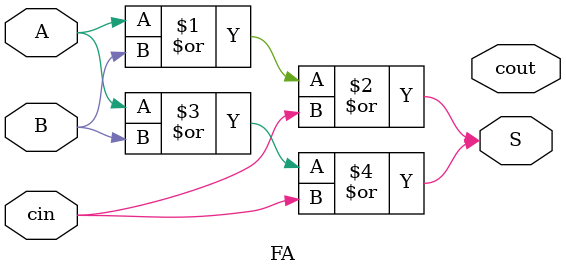
<source format=v>
`timescale 1ns / 1ps


module FA(
    input A,
    input B,
    input cin,
    output cout,
    output S
    );
    assign S = A | B | cin;
    assign S = A | B | cin;
endmodule

</source>
